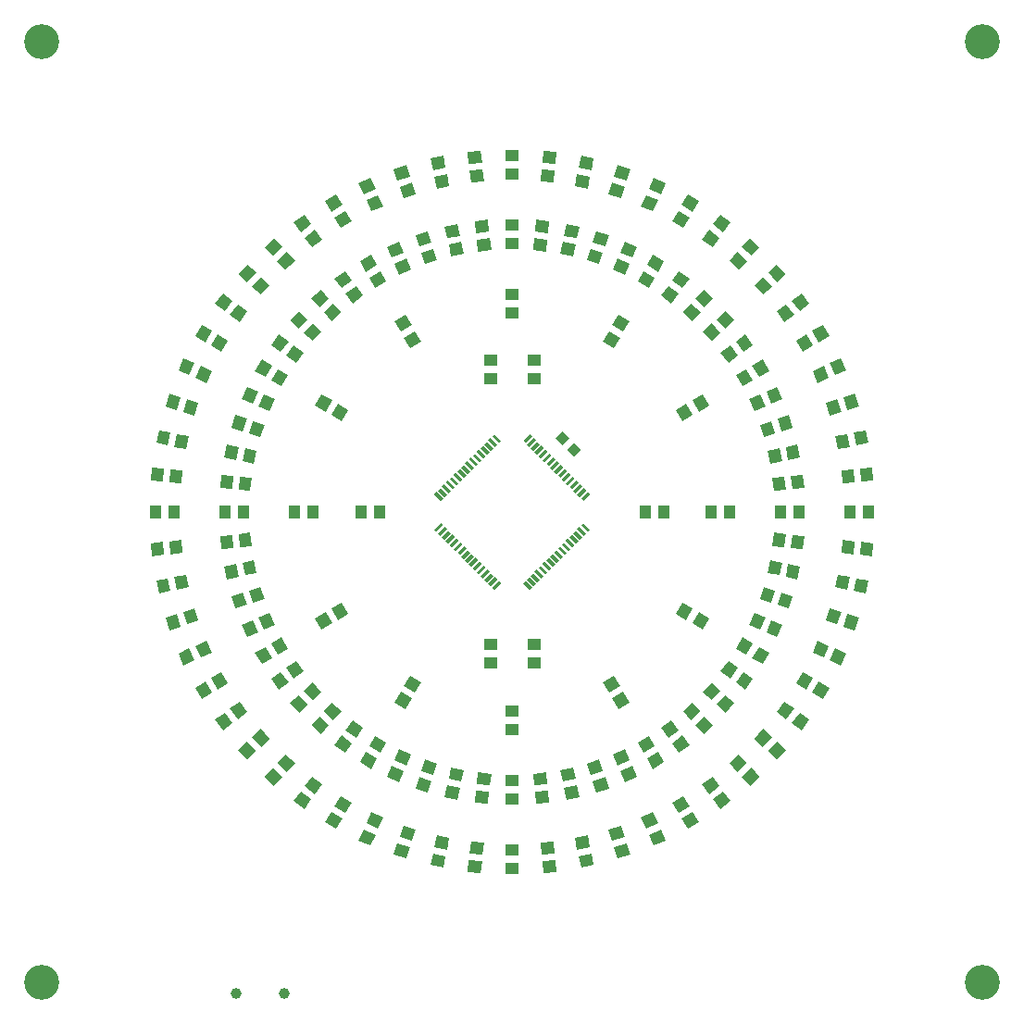
<source format=gbs>
G75*
%MOIN*%
%OFA0B0*%
%FSLAX24Y24*%
%IPPOS*%
%LPD*%
%AMOC8*
5,1,8,0,0,1.08239X$1,22.5*
%
%ADD10C,0.1260*%
%ADD11R,0.0473X0.0434*%
%ADD12R,0.0434X0.0473*%
%ADD13R,0.0355X0.0355*%
%ADD14C,0.0394*%
%ADD15R,0.0120X0.0340*%
%ADD16R,0.0340X0.0120*%
D10*
X002936Y008207D03*
X036794Y008207D03*
X036794Y042066D03*
X002936Y042066D03*
D11*
G36*
X011597Y034671D02*
X011247Y034355D01*
X010957Y034677D01*
X011307Y034993D01*
X011597Y034671D01*
G37*
G36*
X012639Y035484D02*
X012258Y035206D01*
X012003Y035556D01*
X012384Y035834D01*
X012639Y035484D01*
G37*
G36*
X013032Y034942D02*
X012651Y034664D01*
X012396Y035014D01*
X012777Y035292D01*
X013032Y034942D01*
G37*
G36*
X014094Y035603D02*
X013687Y035367D01*
X013470Y035741D01*
X013877Y035977D01*
X014094Y035603D01*
G37*
G36*
X013760Y036183D02*
X013353Y035947D01*
X013136Y036321D01*
X013543Y036557D01*
X013760Y036183D01*
G37*
G36*
X014948Y036760D02*
X014518Y036568D01*
X014342Y036964D01*
X014772Y037156D01*
X014948Y036760D01*
G37*
G36*
X015220Y036148D02*
X014790Y035956D01*
X014614Y036352D01*
X015044Y036544D01*
X015220Y036148D01*
G37*
G36*
X016397Y036573D02*
X015949Y036427D01*
X015815Y036839D01*
X016263Y036985D01*
X016397Y036573D01*
G37*
G36*
X016190Y037210D02*
X015742Y037064D01*
X015608Y037476D01*
X016056Y037622D01*
X016190Y037210D01*
G37*
G36*
X017472Y037528D02*
X017012Y037430D01*
X016922Y037854D01*
X017382Y037952D01*
X017472Y037528D01*
G37*
G36*
X017611Y036873D02*
X017151Y036775D01*
X017061Y037199D01*
X017521Y037297D01*
X017611Y036873D01*
G37*
G36*
X018850Y037044D02*
X018381Y036995D01*
X018336Y037426D01*
X018805Y037475D01*
X018850Y037044D01*
G37*
G36*
X018780Y037710D02*
X018311Y037661D01*
X018266Y038092D01*
X018735Y038141D01*
X018780Y037710D01*
G37*
X019865Y037971D03*
X019865Y037302D03*
G36*
X021349Y036995D02*
X020880Y037044D01*
X020925Y037475D01*
X021394Y037426D01*
X021349Y036995D01*
G37*
G36*
X021419Y037661D02*
X020950Y037710D01*
X020995Y038141D01*
X021464Y038092D01*
X021419Y037661D01*
G37*
G36*
X022579Y036775D02*
X022119Y036873D01*
X022209Y037297D01*
X022669Y037199D01*
X022579Y036775D01*
G37*
G36*
X022719Y037430D02*
X022259Y037528D01*
X022349Y037952D01*
X022809Y037854D01*
X022719Y037430D01*
G37*
G36*
X023988Y037064D02*
X023540Y037210D01*
X023674Y037622D01*
X024122Y037476D01*
X023988Y037064D01*
G37*
G36*
X023781Y036427D02*
X023333Y036573D01*
X023467Y036985D01*
X023915Y036839D01*
X023781Y036427D01*
G37*
G36*
X024940Y035956D02*
X024510Y036148D01*
X024686Y036544D01*
X025116Y036352D01*
X024940Y035956D01*
G37*
G36*
X025212Y036568D02*
X024782Y036760D01*
X024958Y037156D01*
X025388Y036964D01*
X025212Y036568D01*
G37*
G36*
X026377Y035947D02*
X025970Y036183D01*
X026187Y036557D01*
X026594Y036321D01*
X026377Y035947D01*
G37*
G36*
X026043Y035367D02*
X025636Y035603D01*
X025853Y035977D01*
X026260Y035741D01*
X026043Y035367D01*
G37*
G36*
X027079Y034664D02*
X026698Y034942D01*
X026953Y035292D01*
X027334Y035014D01*
X027079Y034664D01*
G37*
G36*
X027472Y035206D02*
X027091Y035484D01*
X027346Y035834D01*
X027727Y035556D01*
X027472Y035206D01*
G37*
G36*
X028483Y034355D02*
X028133Y034671D01*
X028423Y034993D01*
X028773Y034677D01*
X028483Y034355D01*
G37*
G36*
X028035Y033858D02*
X027685Y034174D01*
X027975Y034496D01*
X028325Y034180D01*
X028035Y033858D01*
G37*
G36*
X028903Y032957D02*
X028587Y033307D01*
X028909Y033597D01*
X029225Y033247D01*
X028903Y032957D01*
G37*
G36*
X029400Y033405D02*
X029084Y033755D01*
X029406Y034045D01*
X029722Y033695D01*
X029400Y033405D01*
G37*
G36*
X030212Y032363D02*
X029934Y032744D01*
X030284Y032999D01*
X030562Y032618D01*
X030212Y032363D01*
G37*
G36*
X030911Y031242D02*
X030675Y031649D01*
X031049Y031866D01*
X031285Y031459D01*
X030911Y031242D01*
G37*
G36*
X030332Y030907D02*
X030096Y031314D01*
X030470Y031531D01*
X030706Y031124D01*
X030332Y030907D01*
G37*
G36*
X030877Y029782D02*
X030685Y030212D01*
X031081Y030388D01*
X031273Y029958D01*
X030877Y029782D01*
G37*
G36*
X031488Y030054D02*
X031296Y030484D01*
X031692Y030660D01*
X031884Y030230D01*
X031488Y030054D01*
G37*
G36*
X031939Y028812D02*
X031793Y029260D01*
X032205Y029394D01*
X032351Y028946D01*
X031939Y028812D01*
G37*
G36*
X031302Y028605D02*
X031156Y029053D01*
X031568Y029187D01*
X031714Y028739D01*
X031302Y028605D01*
G37*
G36*
X031602Y027391D02*
X031504Y027851D01*
X031928Y027941D01*
X032026Y027481D01*
X031602Y027391D01*
G37*
G36*
X032256Y027530D02*
X032158Y027990D01*
X032582Y028080D01*
X032680Y027620D01*
X032256Y027530D01*
G37*
G36*
X032438Y026221D02*
X032389Y026690D01*
X032820Y026735D01*
X032869Y026266D01*
X032438Y026221D01*
G37*
G36*
X031773Y026151D02*
X031724Y026620D01*
X032155Y026665D01*
X032204Y026196D01*
X031773Y026151D01*
G37*
G36*
X030334Y026474D02*
X030383Y026005D01*
X029952Y025960D01*
X029903Y026429D01*
X030334Y026474D01*
G37*
G36*
X030137Y027560D02*
X030235Y027100D01*
X029811Y027010D01*
X029713Y027470D01*
X030137Y027560D01*
G37*
G36*
X029827Y028621D02*
X029973Y028173D01*
X029561Y028039D01*
X029415Y028487D01*
X029827Y028621D01*
G37*
G36*
X029408Y029643D02*
X029600Y029213D01*
X029204Y029037D01*
X029012Y029467D01*
X029408Y029643D01*
G37*
G36*
X028884Y030616D02*
X029120Y030209D01*
X028746Y029992D01*
X028510Y030399D01*
X028884Y030616D01*
G37*
G36*
X028262Y031529D02*
X028540Y031148D01*
X028190Y030893D01*
X027912Y031274D01*
X028262Y031529D01*
G37*
G36*
X027548Y032372D02*
X027864Y032022D01*
X027542Y031732D01*
X027226Y032082D01*
X027548Y032372D01*
G37*
G36*
X027051Y031924D02*
X027367Y031574D01*
X027045Y031284D01*
X026729Y031634D01*
X027051Y031924D01*
G37*
G36*
X026302Y032638D02*
X026652Y032322D01*
X026362Y032000D01*
X026012Y032316D01*
X026302Y032638D01*
G37*
G36*
X026750Y033136D02*
X027100Y032820D01*
X026810Y032498D01*
X026460Y032814D01*
X026750Y033136D01*
G37*
G36*
X025877Y033811D02*
X026258Y033533D01*
X026003Y033183D01*
X025622Y033461D01*
X025877Y033811D01*
G37*
G36*
X024937Y034392D02*
X025344Y034156D01*
X025127Y033782D01*
X024720Y034018D01*
X024937Y034392D01*
G37*
G36*
X023942Y034872D02*
X024372Y034680D01*
X024196Y034284D01*
X023766Y034476D01*
X023942Y034872D01*
G37*
G36*
X022902Y035244D02*
X023350Y035098D01*
X023216Y034686D01*
X022768Y034832D01*
X022902Y035244D01*
G37*
G36*
X021829Y035506D02*
X022289Y035408D01*
X022199Y034984D01*
X021739Y035082D01*
X021829Y035506D01*
G37*
G36*
X020733Y035655D02*
X021202Y035606D01*
X021157Y035175D01*
X020688Y035224D01*
X020733Y035655D01*
G37*
X019865Y035471D03*
X019865Y034802D03*
G36*
X018598Y034940D02*
X019067Y034989D01*
X019112Y034558D01*
X018643Y034509D01*
X018598Y034940D01*
G37*
G36*
X018528Y035606D02*
X018997Y035655D01*
X019042Y035224D01*
X018573Y035175D01*
X018528Y035606D01*
G37*
G36*
X017441Y035408D02*
X017901Y035506D01*
X017991Y035082D01*
X017531Y034984D01*
X017441Y035408D01*
G37*
G36*
X016380Y035098D02*
X016828Y035244D01*
X016962Y034832D01*
X016514Y034686D01*
X016380Y035098D01*
G37*
G36*
X016587Y034462D02*
X017035Y034608D01*
X017169Y034196D01*
X016721Y034050D01*
X016587Y034462D01*
G37*
G36*
X015631Y034068D02*
X016061Y034260D01*
X016237Y033864D01*
X015807Y033672D01*
X015631Y034068D01*
G37*
G36*
X015359Y034680D02*
X015789Y034872D01*
X015965Y034476D01*
X015535Y034284D01*
X015359Y034680D01*
G37*
G36*
X014386Y034156D02*
X014793Y034392D01*
X015010Y034018D01*
X014603Y033782D01*
X014386Y034156D01*
G37*
G36*
X014720Y033576D02*
X015127Y033812D01*
X015344Y033438D01*
X014937Y033202D01*
X014720Y033576D01*
G37*
G36*
X013866Y032992D02*
X014247Y033270D01*
X014502Y032920D01*
X014121Y032642D01*
X013866Y032992D01*
G37*
G36*
X013472Y033533D02*
X013853Y033811D01*
X014108Y033461D01*
X013727Y033183D01*
X013472Y033533D01*
G37*
G36*
X012630Y032820D02*
X012980Y033136D01*
X013270Y032814D01*
X012920Y032498D01*
X012630Y032820D01*
G37*
G36*
X011866Y032022D02*
X012182Y032372D01*
X012504Y032082D01*
X012188Y031732D01*
X011866Y032022D01*
G37*
G36*
X011190Y031148D02*
X011468Y031529D01*
X011818Y031274D01*
X011540Y030893D01*
X011190Y031148D01*
G37*
G36*
X010610Y030209D02*
X010846Y030616D01*
X011220Y030399D01*
X010984Y029992D01*
X010610Y030209D01*
G37*
G36*
X011190Y029874D02*
X011426Y030281D01*
X011800Y030064D01*
X011564Y029657D01*
X011190Y029874D01*
G37*
G36*
X010741Y028941D02*
X010933Y029371D01*
X011329Y029195D01*
X011137Y028765D01*
X010741Y028941D01*
G37*
G36*
X010130Y029213D02*
X010322Y029643D01*
X010718Y029467D01*
X010526Y029037D01*
X010130Y029213D01*
G37*
G36*
X009757Y028173D02*
X009903Y028621D01*
X010315Y028487D01*
X010169Y028039D01*
X009757Y028173D01*
G37*
G36*
X009495Y027100D02*
X009593Y027560D01*
X010017Y027470D01*
X009919Y027010D01*
X009495Y027100D01*
G37*
G36*
X009347Y026005D02*
X009396Y026474D01*
X009827Y026429D01*
X009778Y025960D01*
X009347Y026005D01*
G37*
G36*
X010013Y025935D02*
X010062Y026404D01*
X010493Y026359D01*
X010444Y025890D01*
X010013Y025935D01*
G37*
G36*
X010150Y026961D02*
X010248Y027421D01*
X010672Y027331D01*
X010574Y026871D01*
X010150Y026961D01*
G37*
G36*
X010394Y027966D02*
X010540Y028414D01*
X010952Y028280D01*
X010806Y027832D01*
X010394Y027966D01*
G37*
G36*
X008574Y029053D02*
X008428Y028605D01*
X008016Y028739D01*
X008162Y029187D01*
X008574Y029053D01*
G37*
G36*
X007938Y029260D02*
X007792Y028812D01*
X007380Y028946D01*
X007526Y029394D01*
X007938Y029260D01*
G37*
G36*
X008434Y030484D02*
X008242Y030054D01*
X007846Y030230D01*
X008038Y030660D01*
X008434Y030484D01*
G37*
G36*
X009045Y030212D02*
X008853Y029782D01*
X008457Y029958D01*
X008649Y030388D01*
X009045Y030212D01*
G37*
G36*
X009635Y031314D02*
X009399Y030907D01*
X009025Y031124D01*
X009261Y031531D01*
X009635Y031314D01*
G37*
G36*
X009055Y031649D02*
X008819Y031242D01*
X008445Y031459D01*
X008681Y031866D01*
X009055Y031649D01*
G37*
G36*
X009796Y032744D02*
X009518Y032363D01*
X009168Y032618D01*
X009446Y032999D01*
X009796Y032744D01*
G37*
G36*
X010337Y032350D02*
X010059Y031969D01*
X009709Y032224D01*
X009987Y032605D01*
X010337Y032350D01*
G37*
G36*
X011143Y033307D02*
X010827Y032957D01*
X010505Y033247D01*
X010821Y033597D01*
X011143Y033307D01*
G37*
G36*
X012045Y034174D02*
X011695Y033858D01*
X011405Y034180D01*
X011755Y034496D01*
X012045Y034174D01*
G37*
G36*
X010646Y033755D02*
X010330Y033405D01*
X010008Y033695D01*
X010324Y034045D01*
X010646Y033755D01*
G37*
G36*
X012363Y031574D02*
X012679Y031924D01*
X013001Y031634D01*
X012685Y031284D01*
X012363Y031574D01*
G37*
G36*
X011732Y030755D02*
X012010Y031136D01*
X012360Y030881D01*
X012082Y030500D01*
X011732Y030755D01*
G37*
G36*
X013078Y032322D02*
X013428Y032638D01*
X013718Y032316D01*
X013368Y032000D01*
X013078Y032322D01*
G37*
G36*
X015636Y031990D02*
X016043Y032226D01*
X016260Y031852D01*
X015853Y031616D01*
X015636Y031990D01*
G37*
G36*
X015970Y031411D02*
X016377Y031647D01*
X016594Y031273D01*
X016187Y031037D01*
X015970Y031411D01*
G37*
X019078Y030589D03*
X019078Y029920D03*
X020652Y029920D03*
X020652Y030589D03*
X019865Y032302D03*
X019865Y032971D03*
G36*
X020663Y034989D02*
X021132Y034940D01*
X021087Y034509D01*
X020618Y034558D01*
X020663Y034989D01*
G37*
G36*
X021690Y034852D02*
X022150Y034754D01*
X022060Y034330D01*
X021600Y034428D01*
X021690Y034852D01*
G37*
G36*
X022695Y034608D02*
X023143Y034462D01*
X023009Y034050D01*
X022561Y034196D01*
X022695Y034608D01*
G37*
G36*
X023669Y034260D02*
X024099Y034068D01*
X023923Y033672D01*
X023493Y033864D01*
X023669Y034260D01*
G37*
G36*
X024603Y033812D02*
X025010Y033576D01*
X024793Y033202D01*
X024386Y033438D01*
X024603Y033812D01*
G37*
G36*
X025483Y033270D02*
X025864Y032992D01*
X025609Y032642D01*
X025228Y032920D01*
X025483Y033270D01*
G37*
G36*
X023687Y032226D02*
X024094Y031990D01*
X023877Y031616D01*
X023470Y031852D01*
X023687Y032226D01*
G37*
G36*
X023353Y031647D02*
X023760Y031411D01*
X023543Y031037D01*
X023136Y031273D01*
X023353Y031647D01*
G37*
G36*
X026139Y029031D02*
X026375Y028624D01*
X026001Y028407D01*
X025765Y028814D01*
X026139Y029031D01*
G37*
G36*
X026719Y029366D02*
X026955Y028959D01*
X026581Y028742D01*
X026345Y029149D01*
X026719Y029366D01*
G37*
G36*
X028304Y030281D02*
X028540Y029874D01*
X028166Y029657D01*
X027930Y030064D01*
X028304Y030281D01*
G37*
G36*
X027720Y031136D02*
X027998Y030755D01*
X027648Y030500D01*
X027370Y030881D01*
X027720Y031136D01*
G37*
G36*
X029671Y031969D02*
X029393Y032350D01*
X029743Y032605D01*
X030021Y032224D01*
X029671Y031969D01*
G37*
G36*
X028797Y029371D02*
X028989Y028941D01*
X028593Y028765D01*
X028401Y029195D01*
X028797Y029371D01*
G37*
G36*
X029190Y028414D02*
X029336Y027966D01*
X028924Y027832D01*
X028778Y028280D01*
X029190Y028414D01*
G37*
G36*
X029482Y027421D02*
X029580Y026961D01*
X029156Y026871D01*
X029058Y027331D01*
X029482Y027421D01*
G37*
G36*
X029668Y026404D02*
X029717Y025935D01*
X029286Y025890D01*
X029237Y026359D01*
X029668Y026404D01*
G37*
G36*
X029717Y024338D02*
X029668Y023869D01*
X029237Y023914D01*
X029286Y024383D01*
X029717Y024338D01*
G37*
G36*
X030383Y024268D02*
X030334Y023799D01*
X029903Y023844D01*
X029952Y024313D01*
X030383Y024268D01*
G37*
G36*
X030235Y023173D02*
X030137Y022713D01*
X029713Y022803D01*
X029811Y023263D01*
X030235Y023173D01*
G37*
G36*
X029580Y023312D02*
X029482Y022852D01*
X029058Y022942D01*
X029156Y023402D01*
X029580Y023312D01*
G37*
G36*
X029336Y022307D02*
X029190Y021859D01*
X028778Y021993D01*
X028924Y022441D01*
X029336Y022307D01*
G37*
G36*
X029973Y022100D02*
X029827Y021652D01*
X029415Y021786D01*
X029561Y022234D01*
X029973Y022100D01*
G37*
G36*
X029600Y021060D02*
X029408Y020630D01*
X029012Y020806D01*
X029204Y021236D01*
X029600Y021060D01*
G37*
G36*
X028989Y021332D02*
X028797Y020902D01*
X028401Y021078D01*
X028593Y021508D01*
X028989Y021332D01*
G37*
G36*
X028540Y020399D02*
X028304Y019992D01*
X027930Y020209D01*
X028166Y020616D01*
X028540Y020399D01*
G37*
G36*
X029120Y020064D02*
X028884Y019657D01*
X028510Y019874D01*
X028746Y020281D01*
X029120Y020064D01*
G37*
G36*
X028540Y019125D02*
X028262Y018744D01*
X027912Y018999D01*
X028190Y019380D01*
X028540Y019125D01*
G37*
G36*
X027998Y019518D02*
X027720Y019137D01*
X027370Y019392D01*
X027648Y019773D01*
X027998Y019518D01*
G37*
G36*
X027367Y018699D02*
X027051Y018349D01*
X026729Y018639D01*
X027045Y018989D01*
X027367Y018699D01*
G37*
G36*
X027864Y018251D02*
X027548Y017901D01*
X027226Y018191D01*
X027542Y018541D01*
X027864Y018251D01*
G37*
G36*
X027100Y017453D02*
X026750Y017137D01*
X026460Y017459D01*
X026810Y017775D01*
X027100Y017453D01*
G37*
G36*
X026652Y017951D02*
X026302Y017635D01*
X026012Y017957D01*
X026362Y018273D01*
X026652Y017951D01*
G37*
G36*
X025864Y017281D02*
X025483Y017003D01*
X025228Y017353D01*
X025609Y017631D01*
X025864Y017281D01*
G37*
G36*
X026258Y016740D02*
X025877Y016462D01*
X025622Y016812D01*
X026003Y017090D01*
X026258Y016740D01*
G37*
G36*
X025344Y016117D02*
X024937Y015881D01*
X024720Y016255D01*
X025127Y016491D01*
X025344Y016117D01*
G37*
G36*
X025010Y016697D02*
X024603Y016461D01*
X024386Y016835D01*
X024793Y017071D01*
X025010Y016697D01*
G37*
G36*
X024099Y016205D02*
X023669Y016013D01*
X023493Y016409D01*
X023923Y016601D01*
X024099Y016205D01*
G37*
G36*
X024372Y015593D02*
X023942Y015401D01*
X023766Y015797D01*
X024196Y015989D01*
X024372Y015593D01*
G37*
G36*
X023350Y015175D02*
X022902Y015029D01*
X022768Y015441D01*
X023216Y015587D01*
X023350Y015175D01*
G37*
G36*
X023143Y015811D02*
X022695Y015665D01*
X022561Y016077D01*
X023009Y016223D01*
X023143Y015811D01*
G37*
G36*
X022150Y015519D02*
X021690Y015421D01*
X021600Y015845D01*
X022060Y015943D01*
X022150Y015519D01*
G37*
G36*
X022289Y014865D02*
X021829Y014767D01*
X021739Y015191D01*
X022199Y015289D01*
X022289Y014865D01*
G37*
G36*
X021202Y014667D02*
X020733Y014618D01*
X020688Y015049D01*
X021157Y015098D01*
X021202Y014667D01*
G37*
G36*
X021132Y015333D02*
X020663Y015284D01*
X020618Y015715D01*
X021087Y015764D01*
X021132Y015333D01*
G37*
X019865Y015471D03*
X019865Y014802D03*
G36*
X018997Y014618D02*
X018528Y014667D01*
X018573Y015098D01*
X019042Y015049D01*
X018997Y014618D01*
G37*
G36*
X019067Y015284D02*
X018598Y015333D01*
X018643Y015764D01*
X019112Y015715D01*
X019067Y015284D01*
G37*
G36*
X018040Y015421D02*
X017580Y015519D01*
X017670Y015943D01*
X018130Y015845D01*
X018040Y015421D01*
G37*
G36*
X017901Y014767D02*
X017441Y014865D01*
X017531Y015289D01*
X017991Y015191D01*
X017901Y014767D01*
G37*
G36*
X016828Y015029D02*
X016380Y015175D01*
X016514Y015587D01*
X016962Y015441D01*
X016828Y015029D01*
G37*
G36*
X017035Y015665D02*
X016587Y015811D01*
X016721Y016223D01*
X017169Y016077D01*
X017035Y015665D01*
G37*
G36*
X016061Y016013D02*
X015631Y016205D01*
X015807Y016601D01*
X016237Y016409D01*
X016061Y016013D01*
G37*
G36*
X015789Y015401D02*
X015359Y015593D01*
X015535Y015989D01*
X015965Y015797D01*
X015789Y015401D01*
G37*
G36*
X014793Y015881D02*
X014386Y016117D01*
X014603Y016491D01*
X015010Y016255D01*
X014793Y015881D01*
G37*
G36*
X015127Y016461D02*
X014720Y016697D01*
X014937Y017071D01*
X015344Y016835D01*
X015127Y016461D01*
G37*
G36*
X014247Y017003D02*
X013866Y017281D01*
X014121Y017631D01*
X014502Y017353D01*
X014247Y017003D01*
G37*
G36*
X013853Y016462D02*
X013472Y016740D01*
X013727Y017090D01*
X014108Y016812D01*
X013853Y016462D01*
G37*
G36*
X012980Y017137D02*
X012630Y017453D01*
X012920Y017775D01*
X013270Y017459D01*
X012980Y017137D01*
G37*
G36*
X013428Y017635D02*
X013078Y017951D01*
X013368Y018273D01*
X013718Y017957D01*
X013428Y017635D01*
G37*
G36*
X012679Y018349D02*
X012363Y018699D01*
X012685Y018989D01*
X013001Y018639D01*
X012679Y018349D01*
G37*
G36*
X012182Y017901D02*
X011866Y018251D01*
X012188Y018541D01*
X012504Y018191D01*
X012182Y017901D01*
G37*
G36*
X011468Y018744D02*
X011190Y019125D01*
X011540Y019380D01*
X011818Y018999D01*
X011468Y018744D01*
G37*
G36*
X012010Y019137D02*
X011732Y019518D01*
X012082Y019773D01*
X012360Y019392D01*
X012010Y019137D01*
G37*
G36*
X011426Y019992D02*
X011190Y020399D01*
X011564Y020616D01*
X011800Y020209D01*
X011426Y019992D01*
G37*
G36*
X010846Y019657D02*
X010610Y020064D01*
X010984Y020281D01*
X011220Y019874D01*
X010846Y019657D01*
G37*
G36*
X010322Y020630D02*
X010130Y021060D01*
X010526Y021236D01*
X010718Y020806D01*
X010322Y020630D01*
G37*
G36*
X010933Y020902D02*
X010741Y021332D01*
X011137Y021508D01*
X011329Y021078D01*
X010933Y020902D01*
G37*
G36*
X009903Y021652D02*
X009757Y022100D01*
X010169Y022234D01*
X010315Y021786D01*
X009903Y021652D01*
G37*
G36*
X010540Y021859D02*
X010394Y022307D01*
X010806Y022441D01*
X010952Y021993D01*
X010540Y021859D01*
G37*
G36*
X010248Y022852D02*
X010150Y023312D01*
X010574Y023402D01*
X010672Y022942D01*
X010248Y022852D01*
G37*
G36*
X009593Y022713D02*
X009495Y023173D01*
X009919Y023263D01*
X010017Y022803D01*
X009593Y022713D01*
G37*
G36*
X009396Y023799D02*
X009347Y024268D01*
X009778Y024313D01*
X009827Y023844D01*
X009396Y023799D01*
G37*
G36*
X010062Y023869D02*
X010013Y024338D01*
X010444Y024383D01*
X010493Y023914D01*
X010062Y023869D01*
G37*
G36*
X007957Y024122D02*
X008006Y023653D01*
X007575Y023608D01*
X007526Y024077D01*
X007957Y024122D01*
G37*
G36*
X007292Y024052D02*
X007341Y023583D01*
X006910Y023538D01*
X006861Y024007D01*
X007292Y024052D01*
G37*
G36*
X008129Y022882D02*
X008227Y022422D01*
X007803Y022332D01*
X007705Y022792D01*
X008129Y022882D01*
G37*
G36*
X007474Y022743D02*
X007572Y022283D01*
X007148Y022193D01*
X007050Y022653D01*
X007474Y022743D01*
G37*
G36*
X007792Y021461D02*
X007938Y021013D01*
X007526Y020879D01*
X007380Y021327D01*
X007792Y021461D01*
G37*
G36*
X008428Y021668D02*
X008574Y021220D01*
X008162Y021086D01*
X008016Y021534D01*
X008428Y021668D01*
G37*
G36*
X008853Y020491D02*
X009045Y020061D01*
X008649Y019885D01*
X008457Y020315D01*
X008853Y020491D01*
G37*
G36*
X008242Y020219D02*
X008434Y019789D01*
X008038Y019613D01*
X007846Y020043D01*
X008242Y020219D01*
G37*
G36*
X009399Y019366D02*
X009635Y018959D01*
X009261Y018742D01*
X009025Y019149D01*
X009399Y019366D01*
G37*
G36*
X008819Y019031D02*
X009055Y018624D01*
X008681Y018407D01*
X008445Y018814D01*
X008819Y019031D01*
G37*
G36*
X009518Y017910D02*
X009796Y017529D01*
X009446Y017274D01*
X009168Y017655D01*
X009518Y017910D01*
G37*
G36*
X010059Y018304D02*
X010337Y017923D01*
X009987Y017668D01*
X009709Y018049D01*
X010059Y018304D01*
G37*
G36*
X010827Y017316D02*
X011143Y016966D01*
X010821Y016676D01*
X010505Y017026D01*
X010827Y017316D01*
G37*
G36*
X010330Y016868D02*
X010646Y016518D01*
X010324Y016228D01*
X010008Y016578D01*
X010330Y016868D01*
G37*
G36*
X011247Y015917D02*
X011597Y015601D01*
X011307Y015279D01*
X010957Y015595D01*
X011247Y015917D01*
G37*
G36*
X011695Y016415D02*
X012045Y016099D01*
X011755Y015777D01*
X011405Y016093D01*
X011695Y016415D01*
G37*
G36*
X012651Y015609D02*
X013032Y015331D01*
X012777Y014981D01*
X012396Y015259D01*
X012651Y015609D01*
G37*
G36*
X012258Y015067D02*
X012639Y014789D01*
X012384Y014439D01*
X012003Y014717D01*
X012258Y015067D01*
G37*
G36*
X013353Y014326D02*
X013760Y014090D01*
X013543Y013716D01*
X013136Y013952D01*
X013353Y014326D01*
G37*
G36*
X013687Y014906D02*
X014094Y014670D01*
X013877Y014296D01*
X013470Y014532D01*
X013687Y014906D01*
G37*
G36*
X014790Y014317D02*
X015220Y014125D01*
X015044Y013729D01*
X014614Y013921D01*
X014790Y014317D01*
G37*
G36*
X014518Y013705D02*
X014948Y013513D01*
X014772Y013117D01*
X014342Y013309D01*
X014518Y013705D01*
G37*
G36*
X015742Y013209D02*
X016190Y013063D01*
X016056Y012651D01*
X015608Y012797D01*
X015742Y013209D01*
G37*
G36*
X015949Y013846D02*
X016397Y013700D01*
X016263Y013288D01*
X015815Y013434D01*
X015949Y013846D01*
G37*
G36*
X017151Y013498D02*
X017611Y013400D01*
X017521Y012976D01*
X017061Y013074D01*
X017151Y013498D01*
G37*
G36*
X017012Y012843D02*
X017472Y012745D01*
X017382Y012321D01*
X016922Y012419D01*
X017012Y012843D01*
G37*
G36*
X018311Y012612D02*
X018780Y012563D01*
X018735Y012132D01*
X018266Y012181D01*
X018311Y012612D01*
G37*
G36*
X018381Y013278D02*
X018850Y013229D01*
X018805Y012798D01*
X018336Y012847D01*
X018381Y013278D01*
G37*
X019865Y012971D03*
X019865Y012302D03*
G36*
X020950Y012563D02*
X021419Y012612D01*
X021464Y012181D01*
X020995Y012132D01*
X020950Y012563D01*
G37*
G36*
X020880Y013229D02*
X021349Y013278D01*
X021394Y012847D01*
X020925Y012798D01*
X020880Y013229D01*
G37*
G36*
X022119Y013400D02*
X022579Y013498D01*
X022669Y013074D01*
X022209Y012976D01*
X022119Y013400D01*
G37*
G36*
X022259Y012745D02*
X022719Y012843D01*
X022809Y012419D01*
X022349Y012321D01*
X022259Y012745D01*
G37*
G36*
X023540Y013063D02*
X023988Y013209D01*
X024122Y012797D01*
X023674Y012651D01*
X023540Y013063D01*
G37*
G36*
X023333Y013700D02*
X023781Y013846D01*
X023915Y013434D01*
X023467Y013288D01*
X023333Y013700D01*
G37*
G36*
X024510Y014125D02*
X024940Y014317D01*
X025116Y013921D01*
X024686Y013729D01*
X024510Y014125D01*
G37*
G36*
X024782Y013513D02*
X025212Y013705D01*
X025388Y013309D01*
X024958Y013117D01*
X024782Y013513D01*
G37*
G36*
X025970Y014090D02*
X026377Y014326D01*
X026594Y013952D01*
X026187Y013716D01*
X025970Y014090D01*
G37*
G36*
X025636Y014670D02*
X026043Y014906D01*
X026260Y014532D01*
X025853Y014296D01*
X025636Y014670D01*
G37*
G36*
X026698Y015331D02*
X027079Y015609D01*
X027334Y015259D01*
X026953Y014981D01*
X026698Y015331D01*
G37*
G36*
X027091Y014789D02*
X027472Y015067D01*
X027727Y014717D01*
X027346Y014439D01*
X027091Y014789D01*
G37*
G36*
X028133Y015601D02*
X028483Y015917D01*
X028773Y015595D01*
X028423Y015279D01*
X028133Y015601D01*
G37*
G36*
X027685Y016099D02*
X028035Y016415D01*
X028325Y016093D01*
X027975Y015777D01*
X027685Y016099D01*
G37*
G36*
X028587Y016966D02*
X028903Y017316D01*
X029225Y017026D01*
X028909Y016676D01*
X028587Y016966D01*
G37*
G36*
X029084Y016518D02*
X029400Y016868D01*
X029722Y016578D01*
X029406Y016228D01*
X029084Y016518D01*
G37*
G36*
X029934Y017529D02*
X030212Y017910D01*
X030562Y017655D01*
X030284Y017274D01*
X029934Y017529D01*
G37*
G36*
X029393Y017923D02*
X029671Y018304D01*
X030021Y018049D01*
X029743Y017668D01*
X029393Y017923D01*
G37*
G36*
X030096Y018959D02*
X030332Y019366D01*
X030706Y019149D01*
X030470Y018742D01*
X030096Y018959D01*
G37*
G36*
X030675Y018624D02*
X030911Y019031D01*
X031285Y018814D01*
X031049Y018407D01*
X030675Y018624D01*
G37*
G36*
X031296Y019789D02*
X031488Y020219D01*
X031884Y020043D01*
X031692Y019613D01*
X031296Y019789D01*
G37*
G36*
X030685Y020061D02*
X030877Y020491D01*
X031273Y020315D01*
X031081Y019885D01*
X030685Y020061D01*
G37*
G36*
X031156Y021220D02*
X031302Y021668D01*
X031714Y021534D01*
X031568Y021086D01*
X031156Y021220D01*
G37*
G36*
X031793Y021013D02*
X031939Y021461D01*
X032351Y021327D01*
X032205Y020879D01*
X031793Y021013D01*
G37*
G36*
X032158Y022283D02*
X032256Y022743D01*
X032680Y022653D01*
X032582Y022193D01*
X032158Y022283D01*
G37*
G36*
X031504Y022422D02*
X031602Y022882D01*
X032026Y022792D01*
X031928Y022332D01*
X031504Y022422D01*
G37*
G36*
X032389Y023583D02*
X032438Y024052D01*
X032869Y024007D01*
X032820Y023538D01*
X032389Y023583D01*
G37*
G36*
X031724Y023653D02*
X031773Y024122D01*
X032204Y024077D01*
X032155Y023608D01*
X031724Y023653D01*
G37*
G36*
X026955Y021314D02*
X026719Y020907D01*
X026345Y021124D01*
X026581Y021531D01*
X026955Y021314D01*
G37*
G36*
X026375Y021649D02*
X026139Y021242D01*
X025765Y021459D01*
X026001Y021866D01*
X026375Y021649D01*
G37*
G36*
X023760Y018862D02*
X023353Y018626D01*
X023136Y019000D01*
X023543Y019236D01*
X023760Y018862D01*
G37*
G36*
X024094Y018282D02*
X023687Y018046D01*
X023470Y018420D01*
X023877Y018656D01*
X024094Y018282D01*
G37*
X020652Y019684D03*
X020652Y020353D03*
X019078Y020353D03*
X019078Y019684D03*
X019865Y017971D03*
X019865Y017302D03*
G36*
X016377Y018626D02*
X015970Y018862D01*
X016187Y019236D01*
X016594Y019000D01*
X016377Y018626D01*
G37*
G36*
X016043Y018046D02*
X015636Y018282D01*
X015853Y018656D01*
X016260Y018420D01*
X016043Y018046D01*
G37*
G36*
X013591Y021242D02*
X013355Y021649D01*
X013729Y021866D01*
X013965Y021459D01*
X013591Y021242D01*
G37*
G36*
X013011Y020907D02*
X012775Y021314D01*
X013149Y021531D01*
X013385Y021124D01*
X013011Y020907D01*
G37*
G36*
X008006Y026620D02*
X007957Y026151D01*
X007526Y026196D01*
X007575Y026665D01*
X008006Y026620D01*
G37*
G36*
X007341Y026690D02*
X007292Y026221D01*
X006861Y026266D01*
X006910Y026735D01*
X007341Y026690D01*
G37*
G36*
X007572Y027990D02*
X007474Y027530D01*
X007050Y027620D01*
X007148Y028080D01*
X007572Y027990D01*
G37*
G36*
X008227Y027851D02*
X008129Y027391D01*
X007705Y027481D01*
X007803Y027941D01*
X008227Y027851D01*
G37*
G36*
X012775Y028959D02*
X013011Y029366D01*
X013385Y029149D01*
X013149Y028742D01*
X012775Y028959D01*
G37*
G36*
X013355Y028624D02*
X013591Y029031D01*
X013965Y028814D01*
X013729Y028407D01*
X013355Y028624D01*
G37*
G36*
X017580Y034754D02*
X018040Y034852D01*
X018130Y034428D01*
X017670Y034330D01*
X017580Y034754D01*
G37*
D12*
X015082Y025136D03*
X014412Y025136D03*
X012700Y025136D03*
X012030Y025136D03*
X010200Y025136D03*
X009530Y025136D03*
X007700Y025136D03*
X007030Y025136D03*
X024649Y025136D03*
X025318Y025136D03*
X027030Y025136D03*
X027700Y025136D03*
X029530Y025136D03*
X030200Y025136D03*
X032030Y025136D03*
X032700Y025136D03*
D13*
G36*
X022082Y027619D02*
X022332Y027369D01*
X022082Y027119D01*
X021832Y027369D01*
X022082Y027619D01*
G37*
G36*
X021664Y028036D02*
X021914Y027786D01*
X021664Y027536D01*
X021414Y027786D01*
X021664Y028036D01*
G37*
D14*
X011676Y007814D03*
X009944Y007814D03*
D15*
G36*
X019231Y022330D02*
X019146Y022415D01*
X019385Y022654D01*
X019470Y022569D01*
X019231Y022330D01*
G37*
G36*
X019092Y022469D02*
X019007Y022554D01*
X019246Y022793D01*
X019331Y022708D01*
X019092Y022469D01*
G37*
G36*
X018953Y022608D02*
X018868Y022693D01*
X019107Y022932D01*
X019192Y022847D01*
X018953Y022608D01*
G37*
G36*
X018814Y022747D02*
X018729Y022832D01*
X018968Y023071D01*
X019053Y022986D01*
X018814Y022747D01*
G37*
G36*
X018674Y022887D02*
X018589Y022972D01*
X018828Y023211D01*
X018913Y023126D01*
X018674Y022887D01*
G37*
G36*
X018535Y023026D02*
X018450Y023111D01*
X018689Y023350D01*
X018774Y023265D01*
X018535Y023026D01*
G37*
G36*
X018396Y023165D02*
X018311Y023250D01*
X018550Y023489D01*
X018635Y023404D01*
X018396Y023165D01*
G37*
G36*
X018257Y023304D02*
X018172Y023389D01*
X018411Y023628D01*
X018496Y023543D01*
X018257Y023304D01*
G37*
G36*
X018118Y023443D02*
X018033Y023528D01*
X018272Y023767D01*
X018357Y023682D01*
X018118Y023443D01*
G37*
G36*
X017979Y023583D02*
X017894Y023668D01*
X018133Y023907D01*
X018218Y023822D01*
X017979Y023583D01*
G37*
G36*
X017839Y023722D02*
X017754Y023807D01*
X017993Y024046D01*
X018078Y023961D01*
X017839Y023722D01*
G37*
G36*
X017700Y023861D02*
X017615Y023946D01*
X017854Y024185D01*
X017939Y024100D01*
X017700Y023861D01*
G37*
G36*
X017561Y024000D02*
X017476Y024085D01*
X017715Y024324D01*
X017800Y024239D01*
X017561Y024000D01*
G37*
G36*
X017422Y024139D02*
X017337Y024224D01*
X017576Y024463D01*
X017661Y024378D01*
X017422Y024139D01*
G37*
G36*
X017283Y024279D02*
X017198Y024364D01*
X017437Y024603D01*
X017522Y024518D01*
X017283Y024279D01*
G37*
G36*
X017143Y024418D02*
X017058Y024503D01*
X017297Y024742D01*
X017382Y024657D01*
X017143Y024418D01*
G37*
G36*
X020345Y027619D02*
X020260Y027704D01*
X020499Y027943D01*
X020584Y027858D01*
X020345Y027619D01*
G37*
G36*
X020484Y027480D02*
X020399Y027565D01*
X020638Y027804D01*
X020723Y027719D01*
X020484Y027480D01*
G37*
G36*
X020623Y027341D02*
X020538Y027426D01*
X020777Y027665D01*
X020862Y027580D01*
X020623Y027341D01*
G37*
G36*
X020762Y027202D02*
X020677Y027287D01*
X020916Y027526D01*
X021001Y027441D01*
X020762Y027202D01*
G37*
G36*
X020902Y027062D02*
X020817Y027147D01*
X021056Y027386D01*
X021141Y027301D01*
X020902Y027062D01*
G37*
G36*
X021041Y026923D02*
X020956Y027008D01*
X021195Y027247D01*
X021280Y027162D01*
X021041Y026923D01*
G37*
G36*
X021180Y026784D02*
X021095Y026869D01*
X021334Y027108D01*
X021419Y027023D01*
X021180Y026784D01*
G37*
G36*
X021319Y026645D02*
X021234Y026730D01*
X021473Y026969D01*
X021558Y026884D01*
X021319Y026645D01*
G37*
G36*
X021458Y026506D02*
X021373Y026591D01*
X021612Y026830D01*
X021697Y026745D01*
X021458Y026506D01*
G37*
G36*
X021598Y026366D02*
X021513Y026451D01*
X021752Y026690D01*
X021837Y026605D01*
X021598Y026366D01*
G37*
G36*
X021737Y026227D02*
X021652Y026312D01*
X021891Y026551D01*
X021976Y026466D01*
X021737Y026227D01*
G37*
G36*
X021876Y026088D02*
X021791Y026173D01*
X022030Y026412D01*
X022115Y026327D01*
X021876Y026088D01*
G37*
G36*
X022015Y025949D02*
X021930Y026034D01*
X022169Y026273D01*
X022254Y026188D01*
X022015Y025949D01*
G37*
G36*
X022154Y025810D02*
X022069Y025895D01*
X022308Y026134D01*
X022393Y026049D01*
X022154Y025810D01*
G37*
G36*
X022294Y025670D02*
X022209Y025755D01*
X022448Y025994D01*
X022533Y025909D01*
X022294Y025670D01*
G37*
G36*
X022433Y025531D02*
X022348Y025616D01*
X022587Y025855D01*
X022672Y025770D01*
X022433Y025531D01*
G37*
D16*
G36*
X022587Y024418D02*
X022348Y024657D01*
X022433Y024742D01*
X022672Y024503D01*
X022587Y024418D01*
G37*
G36*
X022448Y024279D02*
X022209Y024518D01*
X022294Y024603D01*
X022533Y024364D01*
X022448Y024279D01*
G37*
G36*
X022308Y024139D02*
X022069Y024378D01*
X022154Y024463D01*
X022393Y024224D01*
X022308Y024139D01*
G37*
G36*
X022169Y024000D02*
X021930Y024239D01*
X022015Y024324D01*
X022254Y024085D01*
X022169Y024000D01*
G37*
G36*
X022030Y023861D02*
X021791Y024100D01*
X021876Y024185D01*
X022115Y023946D01*
X022030Y023861D01*
G37*
G36*
X021891Y023722D02*
X021652Y023961D01*
X021737Y024046D01*
X021976Y023807D01*
X021891Y023722D01*
G37*
G36*
X021752Y023583D02*
X021513Y023822D01*
X021598Y023907D01*
X021837Y023668D01*
X021752Y023583D01*
G37*
G36*
X021612Y023443D02*
X021373Y023682D01*
X021458Y023767D01*
X021697Y023528D01*
X021612Y023443D01*
G37*
G36*
X021473Y023304D02*
X021234Y023543D01*
X021319Y023628D01*
X021558Y023389D01*
X021473Y023304D01*
G37*
G36*
X021334Y023165D02*
X021095Y023404D01*
X021180Y023489D01*
X021419Y023250D01*
X021334Y023165D01*
G37*
G36*
X021195Y023026D02*
X020956Y023265D01*
X021041Y023350D01*
X021280Y023111D01*
X021195Y023026D01*
G37*
G36*
X021056Y022887D02*
X020817Y023126D01*
X020902Y023211D01*
X021141Y022972D01*
X021056Y022887D01*
G37*
G36*
X020916Y022747D02*
X020677Y022986D01*
X020762Y023071D01*
X021001Y022832D01*
X020916Y022747D01*
G37*
G36*
X020777Y022608D02*
X020538Y022847D01*
X020623Y022932D01*
X020862Y022693D01*
X020777Y022608D01*
G37*
G36*
X020638Y022469D02*
X020399Y022708D01*
X020484Y022793D01*
X020723Y022554D01*
X020638Y022469D01*
G37*
G36*
X020499Y022330D02*
X020260Y022569D01*
X020345Y022654D01*
X020584Y022415D01*
X020499Y022330D01*
G37*
G36*
X017297Y025531D02*
X017058Y025770D01*
X017143Y025855D01*
X017382Y025616D01*
X017297Y025531D01*
G37*
G36*
X017437Y025670D02*
X017198Y025909D01*
X017283Y025994D01*
X017522Y025755D01*
X017437Y025670D01*
G37*
G36*
X017576Y025810D02*
X017337Y026049D01*
X017422Y026134D01*
X017661Y025895D01*
X017576Y025810D01*
G37*
G36*
X017715Y025949D02*
X017476Y026188D01*
X017561Y026273D01*
X017800Y026034D01*
X017715Y025949D01*
G37*
G36*
X017854Y026088D02*
X017615Y026327D01*
X017700Y026412D01*
X017939Y026173D01*
X017854Y026088D01*
G37*
G36*
X017993Y026227D02*
X017754Y026466D01*
X017839Y026551D01*
X018078Y026312D01*
X017993Y026227D01*
G37*
G36*
X018133Y026366D02*
X017894Y026605D01*
X017979Y026690D01*
X018218Y026451D01*
X018133Y026366D01*
G37*
G36*
X018272Y026506D02*
X018033Y026745D01*
X018118Y026830D01*
X018357Y026591D01*
X018272Y026506D01*
G37*
G36*
X018411Y026645D02*
X018172Y026884D01*
X018257Y026969D01*
X018496Y026730D01*
X018411Y026645D01*
G37*
G36*
X018550Y026784D02*
X018311Y027023D01*
X018396Y027108D01*
X018635Y026869D01*
X018550Y026784D01*
G37*
G36*
X018689Y026923D02*
X018450Y027162D01*
X018535Y027247D01*
X018774Y027008D01*
X018689Y026923D01*
G37*
G36*
X018828Y027062D02*
X018589Y027301D01*
X018674Y027386D01*
X018913Y027147D01*
X018828Y027062D01*
G37*
G36*
X018968Y027202D02*
X018729Y027441D01*
X018814Y027526D01*
X019053Y027287D01*
X018968Y027202D01*
G37*
G36*
X019107Y027341D02*
X018868Y027580D01*
X018953Y027665D01*
X019192Y027426D01*
X019107Y027341D01*
G37*
G36*
X019246Y027480D02*
X019007Y027719D01*
X019092Y027804D01*
X019331Y027565D01*
X019246Y027480D01*
G37*
G36*
X019385Y027619D02*
X019146Y027858D01*
X019231Y027943D01*
X019470Y027704D01*
X019385Y027619D01*
G37*
M02*

</source>
